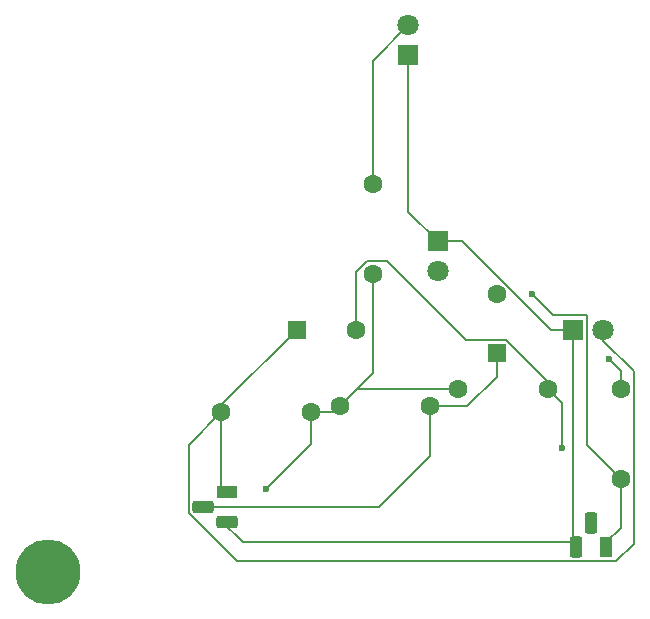
<source format=gbr>
%TF.GenerationSoftware,KiCad,Pcbnew,9.0.2*%
%TF.CreationDate,2025-06-19T19:47:11-10:00*%
%TF.ProjectId,Happy Birthday PCB,48617070-7920-4426-9972-746864617920,rev?*%
%TF.SameCoordinates,Original*%
%TF.FileFunction,Copper,L1,Top*%
%TF.FilePolarity,Positive*%
%FSLAX46Y46*%
G04 Gerber Fmt 4.6, Leading zero omitted, Abs format (unit mm)*
G04 Created by KiCad (PCBNEW 9.0.2) date 2025-06-19 19:47:11*
%MOMM*%
%LPD*%
G01*
G04 APERTURE LIST*
G04 Aperture macros list*
%AMRoundRect*
0 Rectangle with rounded corners*
0 $1 Rounding radius*
0 $2 $3 $4 $5 $6 $7 $8 $9 X,Y pos of 4 corners*
0 Add a 4 corners polygon primitive as box body*
4,1,4,$2,$3,$4,$5,$6,$7,$8,$9,$2,$3,0*
0 Add four circle primitives for the rounded corners*
1,1,$1+$1,$2,$3*
1,1,$1+$1,$4,$5*
1,1,$1+$1,$6,$7*
1,1,$1+$1,$8,$9*
0 Add four rect primitives between the rounded corners*
20,1,$1+$1,$2,$3,$4,$5,0*
20,1,$1+$1,$4,$5,$6,$7,0*
20,1,$1+$1,$6,$7,$8,$9,0*
20,1,$1+$1,$8,$9,$2,$3,0*%
G04 Aperture macros list end*
%TA.AperFunction,ComponentPad*%
%ADD10C,1.600000*%
%TD*%
%TA.AperFunction,ComponentPad*%
%ADD11R,1.800000X1.100000*%
%TD*%
%TA.AperFunction,ComponentPad*%
%ADD12RoundRect,0.275000X-0.625000X0.275000X-0.625000X-0.275000X0.625000X-0.275000X0.625000X0.275000X0*%
%TD*%
%TA.AperFunction,ComponentPad*%
%ADD13R,1.100000X1.800000*%
%TD*%
%TA.AperFunction,ComponentPad*%
%ADD14RoundRect,0.275000X0.275000X0.625000X-0.275000X0.625000X-0.275000X-0.625000X0.275000X-0.625000X0*%
%TD*%
%TA.AperFunction,ComponentPad*%
%ADD15R,1.800000X1.800000*%
%TD*%
%TA.AperFunction,ComponentPad*%
%ADD16C,1.800000*%
%TD*%
%TA.AperFunction,ComponentPad*%
%ADD17RoundRect,0.250000X0.550000X-0.550000X0.550000X0.550000X-0.550000X0.550000X-0.550000X-0.550000X0*%
%TD*%
%TA.AperFunction,ComponentPad*%
%ADD18RoundRect,0.250000X-0.550000X-0.550000X0.550000X-0.550000X0.550000X0.550000X-0.550000X0.550000X0*%
%TD*%
%TA.AperFunction,ViaPad*%
%ADD19C,5.500000*%
%TD*%
%TA.AperFunction,ViaPad*%
%ADD20C,0.600000*%
%TD*%
%TA.AperFunction,Conductor*%
%ADD21C,0.200000*%
%TD*%
G04 APERTURE END LIST*
D10*
%TO.P,R5,1*%
%TO.N,Net-(BT1-+)*%
X93500000Y-43810000D03*
%TO.P,R5,2*%
%TO.N,Net-(D3-A)*%
X93500000Y-36190000D03*
%TD*%
%TO.P,R4,1*%
%TO.N,Net-(BT1-+)*%
X114500000Y-53500000D03*
%TO.P,R4,2*%
%TO.N,Net-(D2-A)*%
X114500000Y-61120000D03*
%TD*%
%TO.P,R3,1*%
%TO.N,Net-(BT1-+)*%
X100690000Y-53500000D03*
%TO.P,R3,2*%
%TO.N,Net-(Q1-B)*%
X108310000Y-53500000D03*
%TD*%
%TO.P,R2,2*%
%TO.N,Net-(Q2-B)*%
X98310000Y-55000000D03*
%TO.P,R2,1*%
%TO.N,Net-(BT1-+)*%
X90690000Y-55000000D03*
%TD*%
%TO.P,R1,1*%
%TO.N,Net-(BT1-+)*%
X88310000Y-55500000D03*
%TO.P,R1,2*%
%TO.N,Net-(D1-A)*%
X80690000Y-55500000D03*
%TD*%
D11*
%TO.P,Q2,1,C*%
%TO.N,Net-(D1-A)*%
X81170000Y-62230000D03*
D12*
%TO.P,Q2,2,B*%
%TO.N,Net-(Q2-B)*%
X79100000Y-63500000D03*
%TO.P,Q2,3,E*%
%TO.N,Net-(BT1--)*%
X81170000Y-64770000D03*
%TD*%
D13*
%TO.P,Q1,1,C*%
%TO.N,Net-(D2-A)*%
X113270000Y-66900000D03*
D14*
%TO.P,Q1,2,B*%
%TO.N,Net-(Q1-B)*%
X112000000Y-64830000D03*
%TO.P,Q1,3,E*%
%TO.N,Net-(BT1--)*%
X110730000Y-66900000D03*
%TD*%
D15*
%TO.P,D3,1,K*%
%TO.N,Net-(BT1--)*%
X96500000Y-25275000D03*
D16*
%TO.P,D3,2,A*%
%TO.N,Net-(D3-A)*%
X96500000Y-22735000D03*
%TD*%
D15*
%TO.P,D2,1,K*%
%TO.N,Net-(BT1--)*%
X99000000Y-41000000D03*
D16*
%TO.P,D2,2,A*%
%TO.N,Net-(D2-A)*%
X99000000Y-43540000D03*
%TD*%
D15*
%TO.P,D1,1,K*%
%TO.N,Net-(BT1--)*%
X110460000Y-48500000D03*
D16*
%TO.P,D1,2,A*%
%TO.N,Net-(D1-A)*%
X113000000Y-48500000D03*
%TD*%
D17*
%TO.P,C2,1*%
%TO.N,Net-(Q2-B)*%
X104000000Y-50500000D03*
D10*
%TO.P,C2,2*%
%TO.N,Net-(D2-A)*%
X104000000Y-45500000D03*
%TD*%
%TO.P,C1,2*%
%TO.N,Net-(Q1-B)*%
X92097349Y-48500000D03*
D18*
%TO.P,C1,1*%
%TO.N,Net-(D1-A)*%
X87097349Y-48500000D03*
%TD*%
D19*
%TO.N,*%
X66000000Y-69000000D03*
D20*
%TO.N,Net-(BT1-+)*%
X84500000Y-62000000D03*
%TO.N,Net-(Q1-B)*%
X109500000Y-58500000D03*
%TO.N,Net-(D2-A)*%
X107000000Y-45500000D03*
%TO.N,Net-(BT1-+)*%
X113500000Y-51000000D03*
%TD*%
D21*
%TO.N,Net-(BT1-+)*%
X88310000Y-58190000D02*
X84500000Y-62000000D01*
X88310000Y-55500000D02*
X88310000Y-58190000D01*
%TO.N,Net-(D1-A)*%
X77899000Y-64021206D02*
X77899000Y-58291000D01*
X77899000Y-58291000D02*
X80690000Y-55500000D01*
X114121000Y-68101000D02*
X81978794Y-68101000D01*
X115601000Y-66621000D02*
X114121000Y-68101000D01*
X81978794Y-68101000D02*
X77899000Y-64021206D01*
X113000000Y-49438000D02*
X115601000Y-52039000D01*
X115601000Y-52039000D02*
X115601000Y-66621000D01*
X113000000Y-48500000D02*
X113000000Y-49438000D01*
X80690000Y-54907349D02*
X87097349Y-48500000D01*
X80690000Y-55500000D02*
X80690000Y-54907349D01*
X80690000Y-62150000D02*
X80770000Y-62230000D01*
X80690000Y-55500000D02*
X80690000Y-62150000D01*
%TO.N,Net-(Q1-B)*%
X109500000Y-54690000D02*
X109500000Y-58500000D01*
X108310000Y-53500000D02*
X109500000Y-54690000D01*
X108310000Y-52923840D02*
X108310000Y-53500000D01*
X94709000Y-42709000D02*
X101399000Y-49399000D01*
X101399000Y-49399000D02*
X104785160Y-49399000D01*
X93043950Y-42709000D02*
X94709000Y-42709000D01*
X92097349Y-43655601D02*
X93043950Y-42709000D01*
X92097349Y-48500000D02*
X92097349Y-43655601D01*
X104785160Y-49399000D02*
X108310000Y-52923840D01*
%TO.N,Net-(BT1-+)*%
X93500000Y-52190000D02*
X90690000Y-55000000D01*
X93500000Y-43810000D02*
X93500000Y-52190000D01*
X92190000Y-53500000D02*
X90690000Y-55000000D01*
X100690000Y-53500000D02*
X92190000Y-53500000D01*
%TO.N,Net-(Q2-B)*%
X104000000Y-52500000D02*
X104000000Y-50500000D01*
X98310000Y-55000000D02*
X101500000Y-55000000D01*
X101500000Y-55000000D02*
X104000000Y-52500000D01*
X98310000Y-59190000D02*
X98310000Y-55000000D01*
X79500000Y-63500000D02*
X94000000Y-63500000D01*
X94000000Y-63500000D02*
X98310000Y-59190000D01*
%TO.N,Net-(D2-A)*%
X111661000Y-47299000D02*
X108799000Y-47299000D01*
X108799000Y-47299000D02*
X107000000Y-45500000D01*
X111661000Y-58281000D02*
X111661000Y-47299000D01*
X114500000Y-61120000D02*
X111661000Y-58281000D01*
X114500000Y-65270000D02*
X113270000Y-66500000D01*
X114500000Y-61120000D02*
X114500000Y-65270000D01*
%TO.N,Net-(BT1-+)*%
X114500000Y-53500000D02*
X114500000Y-52000000D01*
X114500000Y-52000000D02*
X113500000Y-51000000D01*
%TO.N,Net-(BT1--)*%
X101057050Y-41000000D02*
X99000000Y-41000000D01*
X108557050Y-48500000D02*
X101057050Y-41000000D01*
X110460000Y-48500000D02*
X108557050Y-48500000D01*
X110460000Y-66230000D02*
X110730000Y-66500000D01*
X110460000Y-48500000D02*
X110460000Y-66230000D01*
X82500000Y-66500000D02*
X110730000Y-66500000D01*
X80770000Y-64770000D02*
X82500000Y-66500000D01*
%TO.N,Net-(D3-A)*%
X93500000Y-25735000D02*
X93500000Y-36190000D01*
X96500000Y-22735000D02*
X93500000Y-25735000D01*
%TO.N,Net-(BT1--)*%
X96500000Y-38500000D02*
X99000000Y-41000000D01*
X96500000Y-25275000D02*
X96500000Y-38500000D01*
%TO.N,Net-(BT1-+)*%
X88310000Y-55500000D02*
X90190000Y-55500000D01*
X90190000Y-55500000D02*
X90690000Y-55000000D01*
%TD*%
M02*

</source>
